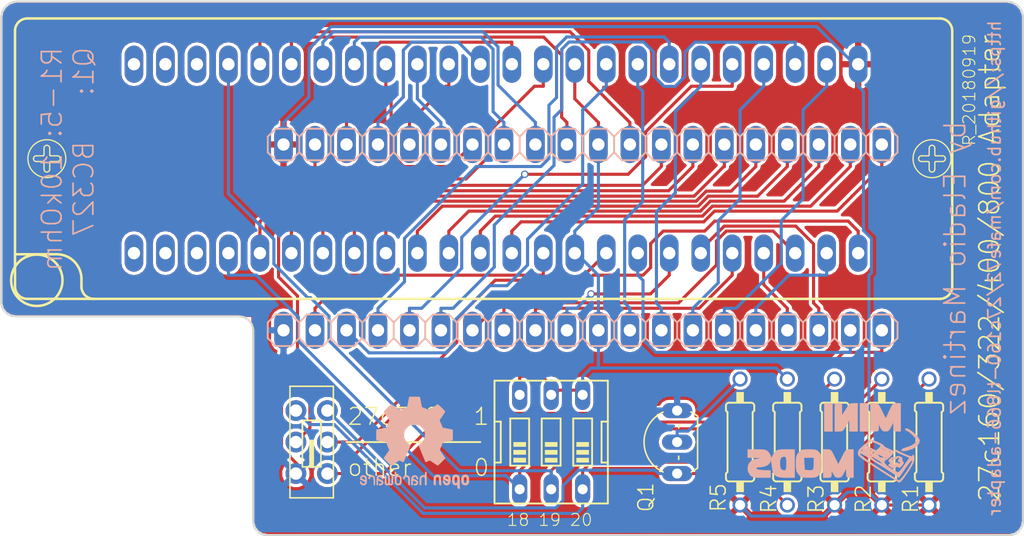
<source format=kicad_pcb>
(kicad_pcb (version 20171130) (host pcbnew "(5.0.0)")
  (title_block (date 2018-09-19) (comment 4 R_20180919))
  (layers (0 Top signal) (31 Bottom signal) (34 B.Paste user) (35 F.Paste user) (36 B.SilkS user) (37 F.SilkS user) (38 B.Mask user) (39 F.Mask user) (44 Edge.Cuts user))
  (net 0 "")
  (net 1 GND)
  (net 2 VCC)
  (net 3 /N$4)
  (net 4 /VPP)
  (net 5 /N$1)
  (net 6 /A20)
  (net 7 /A19)
  (net 8 /A18)
  (net 9 /N$2)
  (net 10 /N$6)
  (net 11 /N$5)
  (net 12 /E)
  (net 13 /D15)
  (net 14 /D14)
  (net 15 /D13)
  (net 16 /D12)
  (net 17 /D11)
  (net 18 /D10)
  (net 19 /D9)
  (net 20 /D8)
  (net 21 /D7)
  (net 22 /D6)
  (net 23 /D5)
  (net 24 /D4)
  (net 25 /D3)
  (net 26 /D2)
  (net 27 /D1)
  (net 28 /D0)
  (net 29 /A0)
  (net 30 /A1)
  (net 31 /A2)
  (net 32 /A3)
  (net 33 /A4)
  (net 34 /A5)
  (net 35 /A6)
  (net 36 /A7)
  (net 37 /A8)
  (net 38 /A9)
  (net 39 /A10)
  (net 40 /A11)
  (net 41 /A12)
  (net 42 /A13)
  (net 43 /A14)
  (net 44 /A15)
  (net 45 /A16)
  (net 46 /A17)
  (module 27C4002 (layer Top) (at 152.946 102.464)
    (fp_text reference U1 hide)
    (fp_text value 27C4002 hide)
    (pad 1 thru_hole oval (at -22.86 7.495 90) (size 3 1.5) (drill 1) (layers *.Cu *.Mask) (net 4 /VPP))
    (pad 2 thru_hole oval (at -20.32 7.495 90) (size 3 1.5) (drill 1) (layers *.Cu *.Mask) (net 12 /E))
    (pad 3 thru_hole oval (at -17.78 7.495 90) (size 3 1.5) (drill 1) (layers *.Cu *.Mask) (net 13 /D15))
    (pad 4 thru_hole oval (at -15.24 7.495 90) (size 3 1.5) (drill 1) (layers *.Cu *.Mask) (net 14 /D14))
    (pad 5 thru_hole oval (at -12.7 7.495 90) (size 3 1.5) (drill 1) (layers *.Cu *.Mask) (net 15 /D13))
    (pad 6 thru_hole oval (at -10.16 7.495 90) (size 3 1.5) (drill 1) (layers *.Cu *.Mask) (net 16 /D12))
    (pad 7 thru_hole oval (at -7.62 7.495 90) (size 3 1.5) (drill 1) (layers *.Cu *.Mask) (net 17 /D11))
    (pad 8 thru_hole oval (at -5.08 7.495 90) (size 3 1.5) (drill 1) (layers *.Cu *.Mask) (net 18 /D10))
    (pad 9 thru_hole oval (at -2.54 7.495 90) (size 3 1.5) (drill 1) (layers *.Cu *.Mask) (net 19 /D9))
    (pad 10 thru_hole oval (at 0 7.495 90) (size 3 1.5) (drill 1) (layers *.Cu *.Mask) (net 20 /D8))
    (pad 11 thru_hole oval (at 2.54 7.495 90) (size 3 1.5) (drill 1) (layers *.Cu *.Mask) (net 1 GND))
    (pad 12 thru_hole oval (at 5.08 7.495 90) (size 3 1.5) (drill 1) (layers *.Cu *.Mask) (net 21 /D7))
    (pad 13 thru_hole oval (at 7.62 7.495 90) (size 3 1.5) (drill 1) (layers *.Cu *.Mask) (net 22 /D6))
    (pad 14 thru_hole oval (at 10.16 7.495 90) (size 3 1.5) (drill 1) (layers *.Cu *.Mask) (net 23 /D5))
    (pad 15 thru_hole oval (at 12.7 7.495 90) (size 3 1.5) (drill 1) (layers *.Cu *.Mask) (net 24 /D4))
    (pad 16 thru_hole oval (at 15.24 7.495 90) (size 3 1.5) (drill 1) (layers *.Cu *.Mask) (net 25 /D3))
    (pad 17 thru_hole oval (at 17.78 7.495 90) (size 3 1.5) (drill 1) (layers *.Cu *.Mask) (net 26 /D2))
    (pad 18 thru_hole oval (at 20.32 7.495 90) (size 3 1.5) (drill 1) (layers *.Cu *.Mask) (net 27 /D1))
    (pad 19 thru_hole oval (at 22.86 7.495 90) (size 3 1.5) (drill 1) (layers *.Cu *.Mask) (net 28 /D0))
    (pad 20 thru_hole oval (at 25.4 7.495 90) (size 3 1.5) (drill 1) (layers *.Cu *.Mask) (net 11 /N$5))
    (pad 21 thru_hole oval (at 25.4 -7.495 90) (size 3 1.5) (drill 1) (layers *.Cu *.Mask) (net 29 /A0))
    (pad 22 thru_hole oval (at 22.86 -7.495 270) (size 3 1.5) (drill 1) (layers *.Cu *.Mask) (net 30 /A1))
    (pad 23 thru_hole oval (at 20.32 -7.495 270) (size 3 1.5) (drill 1) (layers *.Cu *.Mask) (net 31 /A2))
    (pad 24 thru_hole oval (at 17.78 -7.495 270) (size 3 1.5) (drill 1) (layers *.Cu *.Mask) (net 32 /A3))
    (pad 25 thru_hole oval (at 15.24 -7.495 270) (size 3 1.5) (drill 1) (layers *.Cu *.Mask) (net 33 /A4))
    (pad 26 thru_hole oval (at 12.7 -7.495 270) (size 3 1.5) (drill 1) (layers *.Cu *.Mask) (net 34 /A5))
    (pad 27 thru_hole oval (at 10.16 -7.495 270) (size 3 1.5) (drill 1) (layers *.Cu *.Mask) (net 35 /A6))
    (pad 28 thru_hole oval (at 7.62 -7.495 270) (size 3 1.5) (drill 1) (layers *.Cu *.Mask) (net 36 /A7))
    (pad 29 thru_hole oval (at 5.08 -7.495 270) (size 3 1.5) (drill 1) (layers *.Cu *.Mask) (net 37 /A8))
    (pad 30 thru_hole oval (at 2.54 -7.495 270) (size 3 1.5) (drill 1) (layers *.Cu *.Mask) (net 1 GND))
    (pad 31 thru_hole oval (at 0 -7.495 270) (size 3 1.5) (drill 1) (layers *.Cu *.Mask) (net 38 /A9))
    (pad 32 thru_hole oval (at -2.54 -7.495 270) (size 3 1.5) (drill 1) (layers *.Cu *.Mask) (net 39 /A10))
    (pad 33 thru_hole oval (at -5.08 -7.495 270) (size 3 1.5) (drill 1) (layers *.Cu *.Mask) (net 40 /A11))
    (pad 34 thru_hole oval (at -7.62 -7.495 270) (size 3 1.5) (drill 1) (layers *.Cu *.Mask) (net 41 /A12))
    (pad 35 thru_hole oval (at -10.16 -7.495 270) (size 3 1.5) (drill 1) (layers *.Cu *.Mask) (net 42 /A13))
    (pad 36 thru_hole oval (at -12.7 -7.495 90) (size 3 1.5) (drill 1) (layers *.Cu *.Mask) (net 43 /A14))
    (pad 37 thru_hole oval (at -15.24 -7.495 270) (size 3 1.5) (drill 1) (layers *.Cu *.Mask) (net 44 /A15))
    (pad 38 thru_hole oval (at -17.78 -7.495 270) (size 3 1.5) (drill 1) (layers *.Cu *.Mask) (net 45 /A16))
    (pad 39 thru_hole oval (at -20.32 -7.495 270) (size 3 1.5) (drill 1) (layers *.Cu *.Mask) (net 46 /A17))
    (pad 40 thru_hole oval (at -22.86 -7.495 270) (size 3 1.5) (drill 1) (layers *.Cu *.Mask) (net 2 VCC))
  )
  (module 0207%2f10 (layer Top) (at 182.156 118.974 270)
    (fp_text reference R1 (at 3.3274 2.1971 90) (layer F.SilkS) (effects (font (size 1.2065 1.2065) (thickness 0.12065)) (justify right top)))
    (fp_text value 10k hide)
    (pad 1 thru_hole circle (at -5.08 0 270) (size 1.2192 1.2192) (drill 0.8128) (layers *.Cu *.Mask) (net 6 /A20))
    (pad 2 thru_hole circle (at 5.08 0 270) (size 1.2192 1.2192) (drill 0.8128) (layers *.Cu *.Mask) (net 2 VCC))
  )
  (module 0207%2f10 (layer Top) (at 178.346 118.974 270)
    (fp_text reference R2 (at 3.3274 2.1971 90) (layer F.SilkS) (effects (font (size 1.2065 1.2065) (thickness 0.12065)) (justify right top)))
    (fp_text value 10k hide)
    (pad 1 thru_hole circle (at -5.08 0 270) (size 1.2192 1.2192) (drill 0.8128) (layers *.Cu *.Mask) (net 7 /A19))
    (pad 2 thru_hole circle (at 5.08 0 270) (size 1.2192 1.2192) (drill 0.8128) (layers *.Cu *.Mask) (net 2 VCC))
  )
  (module EDG-03 (layer Top) (at 151.676 118.974)
    (fp_text reference SW2 hide)
    (fp_text value DIP hide)
    (pad 1 thru_hole oval (at -2.54 3.81 90) (size 2.4384 1.2192) (drill 0.8128) (layers *.Cu *.Mask) (net 8 /A18))
    (pad 2 thru_hole oval (at 0 3.81 90) (size 2.4384 1.2192) (drill 0.8128) (layers *.Cu *.Mask) (net 7 /A19))
    (pad 3 thru_hole oval (at 2.54 3.81 90) (size 2.4384 1.2192) (drill 0.8128) (layers *.Cu *.Mask) (net 6 /A20))
    (pad 4 thru_hole oval (at 2.54 -3.81 90) (size 2.4384 1.2192) (drill 0.8128) (layers *.Cu *.Mask) (net 1 GND))
    (pad 6 thru_hole oval (at -2.54 -3.81 90) (size 2.4384 1.2192) (drill 0.8128) (layers *.Cu *.Mask) (net 1 GND))
    (pad 5 thru_hole oval (at 0 -3.81 90) (size 2.4384 1.2192) (drill 0.8128) (layers *.Cu *.Mask) (net 1 GND))
  )
  (module 0207%2f10 (layer Top) (at 174.536 118.974 270)
    (fp_text reference R3 (at 3.3274 2.1971 90) (layer F.SilkS) (effects (font (size 1.2065 1.2065) (thickness 0.12065)) (justify right top)))
    (fp_text value 10k hide)
    (pad 1 thru_hole circle (at -5.08 0 270) (size 1.2192 1.2192) (drill 0.8128) (layers *.Cu *.Mask) (net 8 /A18))
    (pad 2 thru_hole circle (at 5.08 0 270) (size 1.2192 1.2192) (drill 0.8128) (layers *.Cu *.Mask) (net 2 VCC))
  )
  (module MS22D16 (layer Top) (at 132.356 118.974 90)
    (fp_text reference SW1 hide)
    (fp_text value MS22D16 hide)
    (pad 2 thru_hole circle (at 0 -1.27 180) (size 1.6764 1.6764) (drill 1) (layers *.Cu *.Mask) (net 9 /N$2))
    (pad 5 thru_hole circle (at 0 1.27 180) (size 1.6764 1.6764) (drill 1) (layers *.Cu *.Mask) (net 10 /N$6))
    (pad 1 thru_hole circle (at -2.54 -1.27 180) (size 1.6764 1.6764) (drill 1) (layers *.Cu *.Mask) (net 4 /VPP))
    (pad 3 thru_hole circle (at 2.54 -1.27 180) (size 1.6764 1.6764) (drill 1) (layers *.Cu *.Mask) (net 6 /A20))
    (pad 4 thru_hole circle (at -2.54 1.27 180) (size 1.6764 1.6764) (drill 1) (layers *.Cu *.Mask) (net 11 /N$5))
    (pad 6 thru_hole circle (at 2.54 1.27 180) (size 1.6764 1.6764) (drill 1) (layers *.Cu *.Mask) (net 3 /N$4))
  )
  (module 0207%2f10 (layer Top) (at 170.726 118.974 270)
    (fp_text reference R4 (at 3.3274 2.1971 90) (layer F.SilkS) (effects (font (size 1.2065 1.2065) (thickness 0.12065)) (justify right top)))
    (fp_text value 10k hide)
    (pad 1 thru_hole circle (at -5.08 0 270) (size 1.2192 1.2192) (drill 0.8128) (layers *.Cu *.Mask) (net 1 GND))
    (pad 2 thru_hole circle (at 5.08 0 270) (size 1.2192 1.2192) (drill 0.8128) (layers *.Cu *.Mask) (net 3 /N$4))
  )
  (module 0207%2f10 (layer Top) (at 166.916 118.974 90)
    (fp_text reference R5 (at -5.7404 -1.0541 90) (layer F.SilkS) (effects (font (size 1.2065 1.2065) (thickness 0.12065)) (justify left bottom)))
    (fp_text value 10k hide)
    (pad 1 thru_hole circle (at -5.08 0 90) (size 1.2192 1.2192) (drill 0.8128) (layers *.Cu *.Mask) (net 2 VCC))
    (pad 2 thru_hole circle (at 5.08 0 90) (size 1.2192 1.2192) (drill 0.8128) (layers *.Cu *.Mask) (net 5 /N$1))
  )
  (module TO92-EBC (layer Top) (at 160.566 118.974 90)
    (fp_text reference Q1 (at -5.7404 -0.5461 90) (layer F.SilkS) (effects (font (size 1.2065 1.2065) (thickness 0.12065)) (justify left bottom)))
    (fp_text value BC327 hide)
    (pad C thru_hole oval (at -2.54 1.27 180) (size 2.4384 1.2192) (drill 0.8128) (layers *.Cu *.Mask) (net 3 /N$4))
    (pad E thru_hole oval (at 2.54 1.27 180) (size 2.4384 1.2192) (drill 0.8128) (layers *.Cu *.Mask) (net 4 /VPP))
    (pad B thru_hole oval (at 0 1.27 180) (size 2.4384 1.2192) (drill 0.8128) (layers *.Cu *.Mask) (net 5 /N$1))
  )
  (module 3M_248-3345 (layer Top) (at 150.406 96.1136)
    (fp_text reference ZX1 hide)
    (fp_text value 3M_248-3345 hide)
    (pad 1 thru_hole oval (at -32.385 7.62 90) (size 3 1.5) (drill 1) (layers *.Cu *.Mask))
    (pad 2 thru_hole oval (at -29.845 7.62 90) (size 3 1.5) (drill 1) (layers *.Cu *.Mask))
    (pad 3 thru_hole oval (at -27.305 7.62 90) (size 3 1.5) (drill 1) (layers *.Cu *.Mask))
    (pad 4 thru_hole oval (at -24.765 7.62 90) (size 3 1.5) (drill 1) (layers *.Cu *.Mask) (net 8 /A18))
    (pad 5 thru_hole oval (at -22.225 7.62 90) (size 3 1.5) (drill 1) (layers *.Cu *.Mask) (net 46 /A17))
    (pad 6 thru_hole oval (at -19.685 7.62 90) (size 3 1.5) (drill 1) (layers *.Cu *.Mask) (net 36 /A7))
    (pad 7 thru_hole oval (at -17.145 7.62 90) (size 3 1.5) (drill 1) (layers *.Cu *.Mask) (net 35 /A6))
    (pad 8 thru_hole oval (at -14.605 7.62 90) (size 3 1.5) (drill 1) (layers *.Cu *.Mask) (net 34 /A5))
    (pad 9 thru_hole oval (at -12.065 7.62 90) (size 3 1.5) (drill 1) (layers *.Cu *.Mask) (net 33 /A4))
    (pad 10 thru_hole oval (at -9.525 7.62 90) (size 3 1.5) (drill 1) (layers *.Cu *.Mask) (net 32 /A3))
    (pad 11 thru_hole oval (at -6.985 7.62 90) (size 3 1.5) (drill 1) (layers *.Cu *.Mask) (net 31 /A2))
    (pad 12 thru_hole oval (at -4.445 7.62 90) (size 3 1.5) (drill 1) (layers *.Cu *.Mask) (net 30 /A1))
    (pad 13 thru_hole oval (at -1.905 7.62 90) (size 3 1.5) (drill 1) (layers *.Cu *.Mask) (net 29 /A0))
    (pad 14 thru_hole oval (at 0.635 7.62 90) (size 3 1.5) (drill 1) (layers *.Cu *.Mask) (net 12 /E))
    (pad 15 thru_hole oval (at 3.175 7.62 90) (size 3 1.5) (drill 1) (layers *.Cu *.Mask) (net 1 GND))
    (pad 16 thru_hole oval (at 5.715 7.62 90) (size 3 1.5) (drill 1) (layers *.Cu *.Mask) (net 10 /N$6))
    (pad 17 thru_hole oval (at 8.255 7.62 90) (size 3 1.5) (drill 1) (layers *.Cu *.Mask) (net 28 /D0))
    (pad 18 thru_hole oval (at 10.795 7.62 90) (size 3 1.5) (drill 1) (layers *.Cu *.Mask) (net 20 /D8))
    (pad 19 thru_hole oval (at 13.335 7.62 90) (size 3 1.5) (drill 1) (layers *.Cu *.Mask) (net 27 /D1))
    (pad 20 thru_hole oval (at 15.875 7.62 90) (size 3 1.5) (drill 1) (layers *.Cu *.Mask) (net 19 /D9))
    (pad 21 thru_hole oval (at 18.415 7.62 90) (size 3 1.5) (drill 1) (layers *.Cu *.Mask) (net 26 /D2))
    (pad 22 thru_hole oval (at 20.955 7.62 90) (size 3 1.5) (drill 1) (layers *.Cu *.Mask) (net 18 /D10))
    (pad 23 thru_hole oval (at 23.495 7.62 90) (size 3 1.5) (drill 1) (layers *.Cu *.Mask) (net 25 /D3))
    (pad 24 thru_hole oval (at 26.035 7.62 90) (size 3 1.5) (drill 1) (layers *.Cu *.Mask) (net 17 /D11))
    (pad 25 thru_hole oval (at 26.035 -7.62 90) (size 3 1.5) (drill 1) (layers *.Cu *.Mask) (net 2 VCC))
    (pad 26 thru_hole oval (at 23.495 -7.62 90) (size 3 1.5) (drill 1) (layers *.Cu *.Mask) (net 24 /D4))
    (pad 27 thru_hole oval (at 20.955 -7.62 90) (size 3 1.5) (drill 1) (layers *.Cu *.Mask) (net 16 /D12))
    (pad 28 thru_hole oval (at 18.415 -7.62 90) (size 3 1.5) (drill 1) (layers *.Cu *.Mask) (net 23 /D5))
    (pad 29 thru_hole oval (at 15.875 -7.62 90) (size 3 1.5) (drill 1) (layers *.Cu *.Mask) (net 15 /D13))
    (pad 30 thru_hole oval (at 13.335 -7.62 90) (size 3 1.5) (drill 1) (layers *.Cu *.Mask) (net 22 /D6))
    (pad 31 thru_hole oval (at 10.795 -7.62 90) (size 3 1.5) (drill 1) (layers *.Cu *.Mask) (net 14 /D14))
    (pad 32 thru_hole oval (at 8.255 -7.62 90) (size 3 1.5) (drill 1) (layers *.Cu *.Mask) (net 21 /D7))
    (pad 33 thru_hole oval (at 5.715 -7.62 90) (size 3 1.5) (drill 1) (layers *.Cu *.Mask) (net 13 /D15))
    (pad 34 thru_hole oval (at 3.175 -7.62 90) (size 3 1.5) (drill 1) (layers *.Cu *.Mask) (net 1 GND))
    (pad 35 thru_hole oval (at 0.635 -7.62 90) (size 3 1.5) (drill 1) (layers *.Cu *.Mask) (net 9 /N$2))
    (pad 36 thru_hole oval (at -1.905 -7.62 90) (size 3 1.5) (drill 1) (layers *.Cu *.Mask) (net 45 /A16))
    (pad 37 thru_hole oval (at -4.445 -7.62 90) (size 3 1.5) (drill 1) (layers *.Cu *.Mask) (net 44 /A15))
    (pad 38 thru_hole oval (at -6.985 -7.62 90) (size 3 1.5) (drill 1) (layers *.Cu *.Mask) (net 43 /A14))
    (pad 39 thru_hole oval (at -9.525 -7.62 90) (size 3 1.5) (drill 1) (layers *.Cu *.Mask) (net 42 /A13))
    (pad 40 thru_hole oval (at -12.065 -7.62 90) (size 3 1.5) (drill 1) (layers *.Cu *.Mask) (net 41 /A12))
    (pad 41 thru_hole oval (at -14.605 -7.62 90) (size 3 1.5) (drill 1) (layers *.Cu *.Mask) (net 40 /A11))
    (pad 42 thru_hole oval (at -17.145 -7.62 90) (size 3 1.5) (drill 1) (layers *.Cu *.Mask) (net 39 /A10))
    (pad 43 thru_hole oval (at -19.685 -7.62 90) (size 3 1.5) (drill 1) (layers *.Cu *.Mask) (net 38 /A9))
    (pad 44 thru_hole oval (at -22.225 -7.62 90) (size 3 1.5) (drill 1) (layers *.Cu *.Mask) (net 37 /A8))
    (pad 45 thru_hole oval (at -24.765 -7.62 90) (size 3 1.5) (drill 1) (layers *.Cu *.Mask) (net 7 /A19))
    (pad 46 thru_hole oval (at -27.305 -7.62 90) (size 3 1.5) (drill 1) (layers *.Cu *.Mask))
    (pad 47 thru_hole oval (at -29.845 -7.62 90) (size 3 1.5) (drill 1) (layers *.Cu *.Mask))
    (pad 48 thru_hole oval (at -32.385 -7.62 90) (size 3 1.5) (drill 1) (layers *.Cu *.Mask))
  )
  (module Symbol:OSHW-Logo2_9.8x8mm_SilkScreen (layer Bottom) (at 140.65504 119.02948 180)
    (fp_text reference REF01 hide)
    (fp_text value OSHW-Logo2_9.8x8mm_SilkScreen hide)
  )
  (module Company_Logos:mini-mods (layer Bottom) (at 174.4599 119.05384 180)
    (fp_text reference G001 hide)
    (fp_text value LOGO hide)
  )
  (gr_text R_20180919 (at 185.96356 95.15077 90) (layer F.SilkS) (effects (font (size 0.9652 0.9652) (thickness 0.08128)) (justify left bottom)))
  (gr_arc (start 108.585 84.709) (end 107.315 84.709) (angle 90) (layer Edge.Cuts) (width 0.15))
  (gr_line (start 107.315 107.696) (end 107.315 84.709) (layer Edge.Cuts) (width 0.15))
  (gr_arc (start 188.595 125.349) (end 189.738 125.349) (angle 90) (layer Edge.Cuts) (width 0.15))
  (gr_arc (start 108.458 107.696) (end 108.458 108.839) (angle 90) (layer Edge.Cuts) (width 0.15))
  (gr_line (start 126.492 108.839) (end 108.458 108.839) (layer Edge.Cuts) (width 0.15))
  (gr_arc (start 126.492 109.982) (end 126.492 108.839) (angle 90) (layer Edge.Cuts) (width 0.15))
  (gr_line (start 127.635 125.349) (end 127.635 109.982) (layer Edge.Cuts) (width 0.15))
  (gr_arc (start 128.778 125.349) (end 128.778 126.492) (angle 90) (layer Edge.Cuts) (width 0.15))
  (gr_line (start 188.595 126.492) (end 128.778 126.492) (layer Edge.Cuts) (width 0.15))
  (gr_line (start 189.738 84.709) (end 189.738 125.349) (layer Edge.Cuts) (width 0.15))
  (gr_arc (start 188.468 84.709) (end 188.468 83.439) (angle 90) (layer Edge.Cuts) (width 0.15))
  (gr_line (start 108.585 83.439) (end 188.468 83.439) (layer Edge.Cuts) (width 0.15))
  (gr_text "27c160/322/400/800 Adapter" (at 187.96 123.916004 90) (layer F.SilkS) (effects (font (size 1.59258 1.59258) (thickness 0.134112)) (justify left bottom)))
  (gr_text 18 (at 149.987 124.6886) (layer F.SilkS) (effects (font (size 0.9652 0.9652) (thickness 0.08128)) (justify right top)))
  (gr_text 19 (at 152.527 124.6886) (layer F.SilkS) (effects (font (size 0.9652 0.9652) (thickness 0.08128)) (justify right top)))
  (gr_text 20 (at 155.067 124.6886) (layer F.SilkS) (effects (font (size 0.9652 0.9652) (thickness 0.08128)) (justify right top)))
  (gr_line (start 135.1661 118.9736) (end 145.9611 118.9736) (layer F.SilkS) (width 0.15))
  (gr_text 27c322 (at 135.1661 117.7036) (layer F.SilkS) (effects (font (size 1.35128 1.35128) (thickness 0.113792)) (justify left bottom)))
  (gr_text other (at 135.1661 120.2436) (layer F.SilkS) (effects (font (size 1.35128 1.35128) (thickness 0.113792)) (justify left top)))
  (gr_text 1 (at 145.3261 117.7036) (layer F.SilkS) (effects (font (size 1.35128 1.35128) (thickness 0.113792)) (justify left bottom)))
  (gr_text 0 (at 145.3261 120.2436) (layer F.SilkS) (effects (font (size 1.35128 1.35128) (thickness 0.113792)) (justify left top)))
  (gr_text "R1-5: 10kOhm\nQ1:   BC327" (at 114.90452 87.009405 90) (layer B.SilkS) (effects (font (size 1.59258 1.59258) (thickness 0.134112)) (justify left bottom mirror)))
  (gr_text https://github.com/mafe72/27c160-tl866-adapter (at 186.8551 125.01281 90) (layer B.SilkS) (effects (font (size 1 1) (thickness 0.14224)) (justify right top mirror)))
  (gr_text "by Eladio Martinez" (at 183.27116 116.940753 90) (layer B.SilkS) (effects (font (size 1.6891 1.6891) (thickness 0.14224)) (justify right top mirror)))
  (segment (start 155.486 94.969) (end 155.486 93.1913) (width 0.25) (layer Top) (net 1))
  (segment (start 153.581 88.4936) (end 153.581 91.2863) (width 0.25) (layer Top) (net 1))
  (segment (start 153.581 91.2863) (end 155.486 93.1913) (width 0.25) (layer Top) (net 1))
  (segment (start 155.486 109.959) (end 155.486 108.1813) (width 0.25) (layer Bottom) (net 1))
  (segment (start 155.486 108.1813) (end 155.486 105.5244) (width 0.25) (layer Bottom) (net 1))
  (segment (start 155.486 105.5244) (end 153.581 103.6194) (width 0.25) (layer Bottom) (net 1))
  (segment (start 153.581 103.4229) (end 153.581 101.9559) (width 0.25) (layer Bottom) (net 1))
  (segment (start 153.581 103.7336) (end 153.581 103.6194) (width 0.25) (layer Bottom) (net 1))
  (segment (start 153.581 103.4229) (end 153.581 103.6194) (width 0.25) (layer Bottom) (net 1))
  (segment (start 155.486 94.969) (end 155.486 100.0509) (width 0.25) (layer Bottom) (net 1))
  (segment (start 155.486 100.0509) (end 153.581 101.9559) (width 0.25) (layer Bottom) (net 1))
  (segment (start 155.486 113.0021) (end 169.8341 113.0021) (width 0.25) (layer Bottom) (net 1))
  (segment (start 169.8341 113.0021) (end 170.726 113.894) (width 0.25) (layer Bottom) (net 1))
  (segment (start 154.216 113.6671) (end 154.881 113.0021) (width 0.25) (layer Bottom) (net 1))
  (segment (start 154.881 113.0021) (end 155.486 113.0021) (width 0.25) (layer Bottom) (net 1))
  (segment (start 155.486 113.0021) (end 155.486 109.959) (width 0.25) (layer Bottom) (net 1))
  (segment (start 151.676 114.7897) (end 151.676 114.4155) (width 0.25) (layer Top) (net 1))
  (segment (start 151.676 115.164) (end 151.676 114.7897) (width 0.25) (layer Top) (net 1))
  (segment (start 154.216 115.164) (end 154.216 114.7897) (width 0.25) (layer Top) (net 1))
  (segment (start 154.216 114.7897) (end 151.676 114.7897) (width 0.25) (layer Top) (net 1))
  (segment (start 149.136 115.164) (end 149.136 113.6671) (width 0.25) (layer Top) (net 1))
  (segment (start 151.676 114.4155) (end 150.9276 113.6671) (width 0.25) (layer Top) (net 1))
  (segment (start 150.9276 113.6671) (end 149.136 113.6671) (width 0.25) (layer Top) (net 1))
  (segment (start 154.216 115.164) (end 154.216 113.6671) (width 0.25) (layer Bottom) (net 1))
  (segment (start 130.086 94.969) (end 130.086 93.1913) (width 0.25) (layer Bottom) (net 2))
  (segment (start 176.441 88.8043) (end 173.1 85.4633) (width 0.25) (layer Bottom) (net 2))
  (segment (start 173.1 85.4633) (end 133.9243 85.4633) (width 0.25) (layer Bottom) (net 2))
  (segment (start 133.9243 85.4633) (end 132.1335 87.2541) (width 0.25) (layer Bottom) (net 2))
  (segment (start 132.1335 87.2541) (end 132.1335 91.1438) (width 0.25) (layer Bottom) (net 2))
  (segment (start 132.1335 91.1438) (end 130.086 93.1913) (width 0.25) (layer Bottom) (net 2))
  (segment (start 176.441 88.8043) (end 176.441 90.2713) (width 0.25) (layer Bottom) (net 2))
  (segment (start 176.441 88.4936) (end 176.441 88.8043) (width 0.25) (layer Bottom) (net 2))
  (segment (start 174.536 124.054) (end 173.6446 124.9454) (width 0.25) (layer Bottom) (net 2))
  (segment (start 173.6446 124.9454) (end 167.8074 124.9454) (width 0.25) (layer Bottom) (net 2))
  (segment (start 167.8074 124.9454) (end 166.916 124.054) (width 0.25) (layer Bottom) (net 2))
  (segment (start 177.3087 123.0167) (end 178.346 124.054) (width 0.25) (layer Bottom) (net 2))
  (segment (start 174.536 124.054) (end 175.5733 123.0167) (width 0.25) (layer Bottom) (net 2))
  (segment (start 175.5733 123.0167) (end 177.3087 123.0167) (width 0.25) (layer Bottom) (net 2))
  (segment (start 176.441 90.2713) (end 176.867 90.6973) (width 0.25) (layer Bottom) (net 2))
  (segment (start 176.867 90.6973) (end 176.867 101.9032) (width 0.25) (layer Bottom) (net 2))
  (segment (start 176.867 101.9032) (end 177.5156 102.5518) (width 0.25) (layer Bottom) (net 2))
  (segment (start 177.5156 102.5518) (end 177.5156 105.314) (width 0.25) (layer Bottom) (net 2))
  (segment (start 177.5156 105.314) (end 177.3087 105.5209) (width 0.25) (layer Bottom) (net 2))
  (segment (start 177.3087 105.5209) (end 177.3087 123.0167) (width 0.25) (layer Bottom) (net 2))
  (segment (start 178.346 124.054) (end 182.156 124.054) (width 0.25) (layer Top) (net 2))
  (segment (start 161.836 121.514) (end 168.186 121.514) (width 0.25) (layer Top) (net 3))
  (segment (start 168.186 121.514) (end 170.726 124.054) (width 0.25) (layer Top) (net 3))
  (segment (start 160.3391 121.514) (end 160.0629 121.2378) (width 0.25) (layer Bottom) (net 3))
  (segment (start 160.0629 121.2378) (end 153.8834 121.2378) (width 0.25) (layer Bottom) (net 3))
  (segment (start 153.8834 121.2378) (end 152.6297 122.4915) (width 0.25) (layer Bottom) (net 3))
  (segment (start 152.6297 122.4915) (end 152.6297 123.698) (width 0.25) (layer Bottom) (net 3))
  (segment (start 152.6297 123.698) (end 152.0451 124.2826) (width 0.25) (layer Bottom) (net 3))
  (segment (start 152.0451 124.2826) (end 141.4746 124.2826) (width 0.25) (layer Bottom) (net 3))
  (segment (start 141.4746 124.2826) (end 133.626 116.434) (width 0.25) (layer Bottom) (net 3))
  (segment (start 161.836 121.514) (end 160.3391 121.514) (width 0.25) (layer Bottom) (net 3))
  (segment (start 131.5175 121.0825) (end 131.086 121.514) (width 0.25) (layer Top) (net 4))
  (segment (start 160.3391 116.434) (end 160.1121 116.661) (width 0.25) (layer Top) (net 4))
  (segment (start 160.1121 116.661) (end 139.1483 116.661) (width 0.25) (layer Top) (net 4))
  (segment (start 139.1483 116.661) (end 135.5653 120.244) (width 0.25) (layer Top) (net 4))
  (segment (start 135.5653 120.244) (end 132.356 120.244) (width 0.25) (layer Top) (net 4))
  (segment (start 132.356 120.244) (end 131.5175 121.0825) (width 0.25) (layer Top) (net 4))
  (segment (start 131.5175 121.0825) (end 129.9226 119.4876) (width 0.25) (layer Top) (net 4))
  (segment (start 129.9226 119.4876) (end 129.9226 111.9001) (width 0.25) (layer Top) (net 4))
  (segment (start 129.9226 111.9001) (end 130.086 111.7367) (width 0.25) (layer Top) (net 4))
  (segment (start 130.086 109.959) (end 130.086 111.7367) (width 0.25) (layer Top) (net 4))
  (segment (start 161.836 116.434) (end 160.3391 116.434) (width 0.25) (layer Top) (net 4))
  (segment (start 161.836 118.974) (end 161.836 118.0867) (width 0.25) (layer Bottom) (net 5))
  (segment (start 161.836 118.0867) (end 162.7233 118.0867) (width 0.25) (layer Bottom) (net 5))
  (segment (start 162.7233 118.0867) (end 166.916 113.894) (width 0.25) (layer Bottom) (net 5))
  (segment (start 154.216 122.784) (end 154.216 124.2809) (width 0.25) (layer Bottom) (net 6))
  (segment (start 131.086 116.434) (end 132.2135 117.5615) (width 0.25) (layer Bottom) (net 6))
  (segment (start 132.2135 117.5615) (end 134.1838 117.5615) (width 0.25) (layer Bottom) (net 6))
  (segment (start 134.1838 117.5615) (end 141.346 124.7237) (width 0.25) (layer Bottom) (net 6))
  (segment (start 141.346 124.7237) (end 153.7732 124.7237) (width 0.25) (layer Bottom) (net 6))
  (segment (start 153.7732 124.7237) (end 154.216 124.2809) (width 0.25) (layer Bottom) (net 6))
  (segment (start 154.216 121.2871) (end 154.9079 120.5952) (width 0.25) (layer Top) (net 6))
  (segment (start 154.9079 120.5952) (end 175.4548 120.5952) (width 0.25) (layer Top) (net 6))
  (segment (start 175.4548 120.5952) (end 182.156 113.894) (width 0.25) (layer Top) (net 6))
  (segment (start 154.216 122.784) (end 154.216 121.2871) (width 0.25) (layer Top) (net 6))
  (segment (start 151.676 122.784) (end 151.676 121.2871) (width 0.25) (layer Top) (net 7))
  (segment (start 178.346 113.894) (end 172.2415 119.9985) (width 0.25) (layer Top) (net 7))
  (segment (start 172.2415 119.9985) (end 152.9646 119.9985) (width 0.25) (layer Top) (net 7))
  (segment (start 152.9646 119.9985) (end 151.676 121.2871) (width 0.25) (layer Top) (net 7))
  (segment (start 151.676 122.784) (end 151.676 121.2871) (width 0.25) (layer Bottom) (net 7))
  (segment (start 125.641 88.4936) (end 125.641 98.9422) (width 0.25) (layer Bottom) (net 7))
  (segment (start 125.641 98.9422) (end 129.3085 102.6097) (width 0.25) (layer Bottom) (net 7))
  (segment (start 129.3085 102.6097) (end 129.3085 104.6021) (width 0.25) (layer Bottom) (net 7))
  (segment (start 129.3085 104.6021) (end 132.0369 107.3305) (width 0.25) (layer Bottom) (net 7))
  (segment (start 132.0369 107.3305) (end 132.2694 107.3305) (width 0.25) (layer Bottom) (net 7))
  (segment (start 132.2694 107.3305) (end 133.7535 108.8146) (width 0.25) (layer Bottom) (net 7))
  (segment (start 133.7535 108.8146) (end 133.7535 110.7869) (width 0.25) (layer Bottom) (net 7))
  (segment (start 133.7535 110.7869) (end 144.2537 121.2871) (width 0.25) (layer Bottom) (net 7))
  (segment (start 144.2537 121.2871) (end 151.676 121.2871) (width 0.25) (layer Bottom) (net 7))
  (segment (start 125.641 103.7336) (end 125.641 105.5113) (width 0.25) (layer Bottom) (net 8))
  (segment (start 125.641 105.5113) (end 127.8962 105.5113) (width 0.25) (layer Bottom) (net 8))
  (segment (start 127.8962 105.5113) (end 131.2855 108.9006) (width 0.25) (layer Bottom) (net 8))
  (segment (start 131.2855 108.9006) (end 131.2855 110.8278) (width 0.25) (layer Bottom) (net 8))
  (segment (start 131.2855 110.8278) (end 142.1475 121.6898) (width 0.25) (layer Bottom) (net 8))
  (segment (start 142.1475 121.6898) (end 148.0419 121.6898) (width 0.25) (layer Bottom) (net 8))
  (segment (start 148.0419 121.6898) (end 148.0419 121.6899) (width 0.25) (layer Bottom) (net 8))
  (segment (start 148.0419 121.6899) (end 149.136 122.784) (width 0.25) (layer Bottom) (net 8))
  (segment (start 149.136 121.2871) (end 152.5177 117.9054) (width 0.25) (layer Top) (net 8))
  (segment (start 152.5177 117.9054) (end 170.5246 117.9054) (width 0.25) (layer Top) (net 8))
  (segment (start 170.5246 117.9054) (end 174.536 113.894) (width 0.25) (layer Top) (net 8))
  (segment (start 149.136 122.784) (end 149.136 121.2871) (width 0.25) (layer Top) (net 8))
  (segment (start 151.041 88.4936) (end 151.041 90.2713) (width 0.25) (layer Top) (net 9))
  (segment (start 151.041 90.2713) (end 150.328 90.2713) (width 0.25) (layer Top) (net 9))
  (segment (start 150.328 90.2713) (end 146.596 94.0033) (width 0.25) (layer Top) (net 9))
  (segment (start 146.596 94.0033) (end 146.596 95.9652) (width 0.25) (layer Top) (net 9))
  (segment (start 146.596 95.9652) (end 144.8127 97.7485) (width 0.25) (layer Top) (net 9))
  (segment (start 144.8127 97.7485) (end 134.3522 97.7485) (width 0.25) (layer Top) (net 9))
  (segment (start 134.3522 97.7485) (end 129.6875 102.4132) (width 0.25) (layer Top) (net 9))
  (segment (start 129.6875 102.4132) (end 129.6875 105.662) (width 0.25) (layer Top) (net 9))
  (segment (start 129.6875 105.662) (end 131.2135 107.188) (width 0.25) (layer Top) (net 9))
  (segment (start 131.2135 107.188) (end 131.2135 112.7713) (width 0.25) (layer Top) (net 9))
  (segment (start 131.2135 112.7713) (end 132.2132 113.771) (width 0.25) (layer Top) (net 9))
  (segment (start 132.2132 113.771) (end 132.2132 117.8468) (width 0.25) (layer Top) (net 9))
  (segment (start 132.2132 117.8468) (end 131.086 118.974) (width 0.25) (layer Top) (net 9))
  (segment (start 156.121 103.7336) (end 153.9373 105.9173) (width 0.25) (layer Top) (net 10))
  (segment (start 153.9373 105.9173) (end 147.1611 105.9173) (width 0.25) (layer Top) (net 10))
  (segment (start 147.1611 105.9173) (end 144.056 109.0224) (width 0.25) (layer Top) (net 10))
  (segment (start 144.056 109.0224) (end 144.056 110.936) (width 0.25) (layer Top) (net 10))
  (segment (start 144.056 110.936) (end 136.018 118.974) (width 0.25) (layer Top) (net 10))
  (segment (start 136.018 118.974) (end 133.626 118.974) (width 0.25) (layer Top) (net 10))
  (segment (start 133.626 121.514) (end 138.1756 121.514) (width 0.25) (layer Top) (net 11))
  (segment (start 138.1756 121.514) (end 142.3292 117.3604) (width 0.25) (layer Top) (net 11))
  (segment (start 142.3292 117.3604) (end 169.6271 117.3604) (width 0.25) (layer Top) (net 11))
  (segment (start 169.6271 117.3604) (end 175.2508 111.7367) (width 0.25) (layer Top) (net 11))
  (segment (start 175.2508 111.7367) (end 178.346 111.7367) (width 0.25) (layer Top) (net 11))
  (segment (start 178.346 109.959) (end 178.346 111.7367) (width 0.25) (layer Top) (net 11))
  (segment (start 132.626 109.959) (end 132.626 108.1813) (width 0.25) (layer Top) (net 12))
  (segment (start 151.041 103.7336) (end 151.041 105.5113) (width 0.25) (layer Top) (net 12))
  (segment (start 151.041 105.5113) (end 135.296 105.5113) (width 0.25) (layer Top) (net 12))
  (segment (start 135.296 105.5113) (end 132.626 108.1813) (width 0.25) (layer Top) (net 12))
  (segment (start 156.121 88.4936) (end 156.121 90.2713) (width 0.25) (layer Bottom) (net 13))
  (segment (start 156.121 90.2713) (end 154.216 92.1763) (width 0.25) (layer Bottom) (net 13))
  (segment (start 154.216 92.1763) (end 154.216 98.156) (width 0.25) (layer Bottom) (net 13))
  (segment (start 154.216 98.156) (end 149.771 102.601) (width 0.25) (layer Bottom) (net 13))
  (segment (start 149.771 102.601) (end 149.771 104.6958) (width 0.25) (layer Bottom) (net 13))
  (segment (start 149.771 104.6958) (end 148.1075 106.3593) (width 0.25) (layer Bottom) (net 13))
  (segment (start 148.1075 106.3593) (end 146.6991 106.3593) (width 0.25) (layer Bottom) (net 13))
  (segment (start 146.6991 106.3593) (end 143.8442 109.2142) (width 0.25) (layer Bottom) (net 13))
  (segment (start 143.8442 109.2142) (end 143.8442 111.1062) (width 0.25) (layer Bottom) (net 13))
  (segment (start 143.8442 111.1062) (end 143.1746 111.7758) (width 0.25) (layer Bottom) (net 13))
  (segment (start 143.1746 111.7758) (end 136.9828 111.7758) (width 0.25) (layer Bottom) (net 13))
  (segment (start 136.9828 111.7758) (end 135.166 109.959) (width 0.25) (layer Bottom) (net 13))
  (segment (start 161.201 86.7159) (end 160.7794 86.2943) (width 0.25) (layer Bottom) (net 14))
  (segment (start 160.7794 86.2943) (end 152.9278 86.2943) (width 0.25) (layer Bottom) (net 14))
  (segment (start 152.9278 86.2943) (end 152.1097 87.1124) (width 0.25) (layer Bottom) (net 14))
  (segment (start 152.1097 87.1124) (end 152.1097 91.1855) (width 0.25) (layer Bottom) (net 14))
  (segment (start 152.1097 91.1855) (end 151.4943 91.8009) (width 0.25) (layer Bottom) (net 14))
  (segment (start 151.4943 91.8009) (end 151.4943 96.0996) (width 0.25) (layer Bottom) (net 14))
  (segment (start 151.4943 96.0996) (end 150.8471 96.7468) (width 0.25) (layer Bottom) (net 14))
  (segment (start 150.8471 96.7468) (end 145.6279 96.7468) (width 0.25) (layer Bottom) (net 14))
  (segment (start 145.6279 96.7468) (end 139.8432 102.5315) (width 0.25) (layer Bottom) (net 14))
  (segment (start 139.8432 102.5315) (end 139.8432 106.0441) (width 0.25) (layer Bottom) (net 14))
  (segment (start 139.8432 106.0441) (end 137.706 108.1813) (width 0.25) (layer Bottom) (net 14))
  (segment (start 137.706 109.959) (end 137.706 108.1813) (width 0.25) (layer Bottom) (net 14))
  (segment (start 161.201 88.4936) (end 161.201 86.7159) (width 0.25) (layer Bottom) (net 14))
  (segment (start 166.281 90.2713) (end 162.981 90.2713) (width 0.25) (layer Top) (net 15))
  (segment (start 162.981 90.2713) (end 159.296 93.9563) (width 0.25) (layer Top) (net 15))
  (segment (start 159.296 93.9563) (end 159.296 95.9619) (width 0.25) (layer Top) (net 15))
  (segment (start 159.296 95.9619) (end 157.8857 97.3722) (width 0.25) (layer Top) (net 15))
  (segment (start 157.8857 97.3722) (end 149.5449 97.3722) (width 0.25) (layer Top) (net 15))
  (segment (start 140.246 108.1813) (end 141.2321 108.1813) (width 0.25) (layer Bottom) (net 15))
  (segment (start 141.2321 108.1813) (end 144.4582 104.9552) (width 0.25) (layer Bottom) (net 15))
  (segment (start 144.4582 104.9552) (end 144.4582 102.4589) (width 0.25) (layer Bottom) (net 15))
  (segment (start 144.4582 102.4589) (end 149.5449 97.3722) (width 0.25) (layer Bottom) (net 15))
  (segment (start 140.246 109.959) (end 140.246 108.1813) (width 0.25) (layer Bottom) (net 15))
  (segment (start 166.281 88.4936) (end 166.281 90.2713) (width 0.25) (layer Top) (net 15))
  (via (at 149.5449 97.3722) (size 0.6) (drill 0.4) (layers Top Bottom) (net 15))
  (segment (start 142.786 109.959) (end 142.786 108.1813) (width 0.25) (layer Bottom) (net 16))
  (segment (start 171.361 88.4936) (end 171.361 86.7159) (width 0.25) (layer Bottom) (net 16))
  (segment (start 171.361 86.7159) (end 163.2631 86.7159) (width 0.25) (layer Bottom) (net 16))
  (segment (start 163.2631 86.7159) (end 162.471 87.508) (width 0.25) (layer Bottom) (net 16))
  (segment (start 162.471 87.508) (end 162.471 89.4921) (width 0.25) (layer Bottom) (net 16))
  (segment (start 162.471 89.4921) (end 161.6816 90.2815) (width 0.25) (layer Bottom) (net 16))
  (segment (start 161.6816 90.2815) (end 160.7832 90.2815) (width 0.25) (layer Bottom) (net 16))
  (segment (start 160.7832 90.2815) (end 159.931 89.4293) (width 0.25) (layer Bottom) (net 16))
  (segment (start 159.931 89.4293) (end 159.931 87.5019) (width 0.25) (layer Bottom) (net 16))
  (segment (start 159.931 87.5019) (end 159.1305 86.7014) (width 0.25) (layer Bottom) (net 16))
  (segment (start 159.1305 86.7014) (end 153.1157 86.7014) (width 0.25) (layer Bottom) (net 16))
  (segment (start 153.1157 86.7014) (end 152.5329 87.2842) (width 0.25) (layer Bottom) (net 16))
  (segment (start 152.5329 87.2842) (end 152.5329 92.1463) (width 0.25) (layer Bottom) (net 16))
  (segment (start 152.5329 92.1463) (end 151.9078 92.7714) (width 0.25) (layer Bottom) (net 16))
  (segment (start 151.9078 92.7714) (end 151.9078 96.6496) (width 0.25) (layer Bottom) (net 16))
  (segment (start 151.9078 96.6496) (end 147.0885 101.4689) (width 0.25) (layer Bottom) (net 16))
  (segment (start 147.0885 101.4689) (end 147.0885 104.858) (width 0.25) (layer Bottom) (net 16))
  (segment (start 147.0885 104.858) (end 143.7652 108.1813) (width 0.25) (layer Bottom) (net 16))
  (segment (start 143.7652 108.1813) (end 142.786 108.1813) (width 0.25) (layer Bottom) (net 16))
  (segment (start 176.441 101.9559) (end 175.6356 101.1505) (width 0.25) (layer Top) (net 17))
  (segment (start 175.6356 101.1505) (end 164.8653 101.1505) (width 0.25) (layer Top) (net 17))
  (segment (start 164.8653 101.1505) (end 164.0599 101.9559) (width 0.25) (layer Top) (net 17))
  (segment (start 164.0599 101.9559) (end 160.7111 101.9559) (width 0.25) (layer Top) (net 17))
  (segment (start 160.7111 101.9559) (end 159.6997 102.9673) (width 0.25) (layer Top) (net 17))
  (segment (start 159.6997 102.9673) (end 159.6997 104.8983) (width 0.25) (layer Top) (net 17))
  (segment (start 159.6997 104.8983) (end 159.0867 105.5113) (width 0.25) (layer Top) (net 17))
  (segment (start 159.0867 105.5113) (end 155.0519 105.5113) (width 0.25) (layer Top) (net 17))
  (segment (start 155.0519 105.5113) (end 153.2598 107.3034) (width 0.25) (layer Top) (net 17))
  (segment (start 153.2598 107.3034) (end 147.9816 107.3034) (width 0.25) (layer Top) (net 17))
  (segment (start 147.9816 107.3034) (end 145.326 109.959) (width 0.25) (layer Top) (net 17))
  (segment (start 176.441 103.7336) (end 176.441 101.9559) (width 0.25) (layer Top) (net 17))
  (segment (start 147.866 109.959) (end 147.866 108.1813) (width 0.25) (layer Top) (net 18))
  (segment (start 171.361 103.7336) (end 169.5833 101.9559) (width 0.25) (layer Top) (net 18))
  (segment (start 169.5833 101.9559) (end 165.8036 101.9559) (width 0.25) (layer Top) (net 18))
  (segment (start 165.8036 101.9559) (end 165.011 102.7485) (width 0.25) (layer Top) (net 18))
  (segment (start 165.011 102.7485) (end 165.011 104.6867) (width 0.25) (layer Top) (net 18))
  (segment (start 165.011 104.6867) (end 161.9554 107.7423) (width 0.25) (layer Top) (net 18))
  (segment (start 161.9554 107.7423) (end 148.305 107.7423) (width 0.25) (layer Top) (net 18))
  (segment (start 148.305 107.7423) (end 147.866 108.1813) (width 0.25) (layer Top) (net 18))
  (segment (start 150.406 109.959) (end 150.406 108.1813) (width 0.25) (layer Top) (net 19))
  (segment (start 166.281 103.7336) (end 166.281 105.5113) (width 0.25) (layer Top) (net 19))
  (segment (start 166.281 105.5113) (end 163.611 108.1813) (width 0.25) (layer Top) (net 19))
  (segment (start 163.611 108.1813) (end 150.406 108.1813) (width 0.25) (layer Top) (net 19))
  (segment (start 161.201 105.5113) (end 159.687 107.0253) (width 0.25) (layer Top) (net 20))
  (segment (start 159.687 107.0253) (end 154.8969 107.0253) (width 0.25) (layer Top) (net 20))
  (segment (start 152.946 109.959) (end 152.946 108.1813) (width 0.25) (layer Bottom) (net 20))
  (segment (start 161.201 103.7336) (end 161.201 105.5113) (width 0.25) (layer Top) (net 20))
  (segment (start 154.8969 107.0253) (end 153.7409 108.1813) (width 0.25) (layer Bottom) (net 20))
  (segment (start 153.7409 108.1813) (end 152.946 108.1813) (width 0.25) (layer Bottom) (net 20))
  (via (at 154.8969 107.0253) (size 0.6) (drill 0.4) (layers Top Bottom) (net 20))
  (segment (start 158.026 109.959) (end 158.026 108.1813) (width 0.25) (layer Bottom) (net 21))
  (segment (start 158.661 88.4936) (end 158.661 90.2713) (width 0.25) (layer Bottom) (net 21))
  (segment (start 158.661 90.2713) (end 159.0579 90.6682) (width 0.25) (layer Bottom) (net 21))
  (segment (start 159.0579 90.6682) (end 159.0579 99.5918) (width 0.25) (layer Bottom) (net 21))
  (segment (start 159.0579 99.5918) (end 157.6026 101.0471) (width 0.25) (layer Bottom) (net 21))
  (segment (start 157.6026 101.0471) (end 157.6026 107.7579) (width 0.25) (layer Bottom) (net 21))
  (segment (start 157.6026 107.7579) (end 158.026 108.1813) (width 0.25) (layer Bottom) (net 21))
  (segment (start 160.566 109.959) (end 160.566 108.1813) (width 0.25) (layer Bottom) (net 22))
  (segment (start 163.741 88.4936) (end 163.741 90.2713) (width 0.25) (layer Bottom) (net 22))
  (segment (start 163.741 90.2713) (end 161.6935 92.3188) (width 0.25) (layer Bottom) (net 22))
  (segment (start 161.6935 92.3188) (end 161.6935 98.877) (width 0.25) (layer Bottom) (net 22))
  (segment (start 161.6935 98.877) (end 160.1691 100.4014) (width 0.25) (layer Bottom) (net 22))
  (segment (start 160.1691 100.4014) (end 160.1691 107.7844) (width 0.25) (layer Bottom) (net 22))
  (segment (start 160.1691 107.7844) (end 160.566 108.1813) (width 0.25) (layer Bottom) (net 22))
  (segment (start 163.106 109.959) (end 163.106 108.1813) (width 0.25) (layer Bottom) (net 23))
  (segment (start 168.821 88.4936) (end 168.821 90.2713) (width 0.25) (layer Bottom) (net 23))
  (segment (start 168.821 90.2713) (end 166.916 92.1763) (width 0.25) (layer Bottom) (net 23))
  (segment (start 166.916 92.1763) (end 166.916 99.3537) (width 0.25) (layer Bottom) (net 23))
  (segment (start 166.916 99.3537) (end 165.1535 101.1162) (width 0.25) (layer Bottom) (net 23))
  (segment (start 165.1535 101.1162) (end 165.1535 106.1338) (width 0.25) (layer Bottom) (net 23))
  (segment (start 165.1535 106.1338) (end 163.106 108.1813) (width 0.25) (layer Bottom) (net 23))
  (segment (start 173.901 90.2713) (end 171.996 92.1763) (width 0.25) (layer Bottom) (net 24))
  (segment (start 171.996 92.1763) (end 171.996 99.3537) (width 0.25) (layer Bottom) (net 24))
  (segment (start 171.996 99.3537) (end 170.2335 101.1162) (width 0.25) (layer Bottom) (net 24))
  (segment (start 170.2335 101.1162) (end 170.2335 104.5413) (width 0.25) (layer Bottom) (net 24))
  (segment (start 170.2335 104.5413) (end 166.5935 108.1813) (width 0.25) (layer Bottom) (net 24))
  (segment (start 166.5935 108.1813) (end 165.646 108.1813) (width 0.25) (layer Bottom) (net 24))
  (segment (start 165.646 109.959) (end 165.646 108.1813) (width 0.25) (layer Bottom) (net 24))
  (segment (start 173.901 88.4936) (end 173.901 90.2713) (width 0.25) (layer Bottom) (net 24))
  (segment (start 168.186 109.959) (end 168.186 108.1813) (width 0.25) (layer Bottom) (net 25))
  (segment (start 173.901 103.7336) (end 173.901 105.5113) (width 0.25) (layer Bottom) (net 25))
  (segment (start 173.901 105.5113) (end 170.856 105.5113) (width 0.25) (layer Bottom) (net 25))
  (segment (start 170.856 105.5113) (end 168.186 108.1813) (width 0.25) (layer Bottom) (net 25))
  (segment (start 170.726 109.959) (end 170.726 108.1813) (width 0.25) (layer Top) (net 26))
  (segment (start 168.821 103.7336) (end 168.821 106.2763) (width 0.25) (layer Top) (net 26))
  (segment (start 168.821 106.2763) (end 170.726 108.1813) (width 0.25) (layer Top) (net 26))
  (segment (start 173.266 108.1813) (end 172.8402 107.7555) (width 0.25) (layer Top) (net 27))
  (segment (start 172.8402 107.7555) (end 172.8402 102.9849) (width 0.25) (layer Top) (net 27))
  (segment (start 172.8402 102.9849) (end 171.4085 101.5532) (width 0.25) (layer Top) (net 27))
  (segment (start 171.4085 101.5532) (end 165.6366 101.5532) (width 0.25) (layer Top) (net 27))
  (segment (start 165.6366 101.5532) (end 163.741 103.4488) (width 0.25) (layer Top) (net 27))
  (segment (start 163.741 103.4488) (end 163.741 103.7336) (width 0.25) (layer Top) (net 27))
  (segment (start 173.266 109.959) (end 173.266 108.1813) (width 0.25) (layer Top) (net 27))
  (segment (start 175.806 109.959) (end 175.806 111.7367) (width 0.25) (layer Bottom) (net 28))
  (segment (start 158.661 103.7336) (end 158.661 105.5113) (width 0.25) (layer Bottom) (net 28))
  (segment (start 158.661 105.5113) (end 159.087 105.9373) (width 0.25) (layer Bottom) (net 28))
  (segment (start 159.087 105.9373) (end 159.087 110.7219) (width 0.25) (layer Bottom) (net 28))
  (segment (start 159.087 110.7219) (end 160.1018 111.7367) (width 0.25) (layer Bottom) (net 28))
  (segment (start 160.1018 111.7367) (end 175.806 111.7367) (width 0.25) (layer Bottom) (net 28))
  (segment (start 178.346 96.7467) (end 174.7476 100.3451) (width 0.25) (layer Top) (net 29))
  (segment (start 174.7476 100.3451) (end 164.8511 100.3451) (width 0.25) (layer Top) (net 29))
  (segment (start 164.8511 100.3451) (end 163.9869 101.2093) (width 0.25) (layer Top) (net 29))
  (segment (start 163.9869 101.2093) (end 149.2476 101.2093) (width 0.25) (layer Top) (net 29))
  (segment (start 149.2476 101.2093) (end 148.501 101.9559) (width 0.25) (layer Top) (net 29))
  (segment (start 148.501 103.7336) (end 148.501 101.9559) (width 0.25) (layer Top) (net 29))
  (segment (start 178.346 94.969) (end 178.346 96.7467) (width 0.25) (layer Top) (net 29))
  (segment (start 175.806 96.7467) (end 172.6104 99.9423) (width 0.25) (layer Top) (net 30))
  (segment (start 172.6104 99.9423) (end 164.6842 99.9423) (width 0.25) (layer Top) (net 30))
  (segment (start 164.6842 99.9423) (end 163.8787 100.7478) (width 0.25) (layer Top) (net 30))
  (segment (start 163.8787 100.7478) (end 147.1691 100.7478) (width 0.25) (layer Top) (net 30))
  (segment (start 147.1691 100.7478) (end 145.961 101.9559) (width 0.25) (layer Top) (net 30))
  (segment (start 145.961 103.7336) (end 145.961 101.9559) (width 0.25) (layer Top) (net 30))
  (segment (start 175.806 94.969) (end 175.806 96.7467) (width 0.25) (layer Top) (net 30))
  (segment (start 173.266 96.7467) (end 170.4731 99.5396) (width 0.25) (layer Top) (net 31))
  (segment (start 170.4731 99.5396) (end 164.5174 99.5396) (width 0.25) (layer Top) (net 31))
  (segment (start 164.5174 99.5396) (end 163.7119 100.3451) (width 0.25) (layer Top) (net 31))
  (segment (start 163.7119 100.3451) (end 145.0318 100.3451) (width 0.25) (layer Top) (net 31))
  (segment (start 145.0318 100.3451) (end 143.421 101.9559) (width 0.25) (layer Top) (net 31))
  (segment (start 173.266 94.969) (end 173.266 96.7467) (width 0.25) (layer Top) (net 31))
  (segment (start 143.421 103.7336) (end 143.421 101.9559) (width 0.25) (layer Top) (net 31))
  (segment (start 170.726 96.7467) (end 168.3358 99.1369) (width 0.25) (layer Top) (net 32))
  (segment (start 168.3358 99.1369) (end 164.3505 99.1369) (width 0.25) (layer Top) (net 32))
  (segment (start 164.3505 99.1369) (end 163.545 99.9424) (width 0.25) (layer Top) (net 32))
  (segment (start 163.545 99.9424) (end 142.8945 99.9424) (width 0.25) (layer Top) (net 32))
  (segment (start 142.8945 99.9424) (end 140.881 101.9559) (width 0.25) (layer Top) (net 32))
  (segment (start 170.726 94.969) (end 170.726 96.7467) (width 0.25) (layer Top) (net 32))
  (segment (start 140.881 103.7336) (end 140.881 101.9559) (width 0.25) (layer Top) (net 32))
  (segment (start 168.186 96.7467) (end 166.1985 98.7342) (width 0.25) (layer Top) (net 33))
  (segment (start 166.1985 98.7342) (end 164.1836 98.7342) (width 0.25) (layer Top) (net 33))
  (segment (start 164.1836 98.7342) (end 163.3781 99.5397) (width 0.25) (layer Top) (net 33))
  (segment (start 163.3781 99.5397) (end 140.7572 99.5397) (width 0.25) (layer Top) (net 33))
  (segment (start 140.7572 99.5397) (end 138.341 101.9559) (width 0.25) (layer Top) (net 33))
  (segment (start 168.186 94.969) (end 168.186 96.7467) (width 0.25) (layer Top) (net 33))
  (segment (start 138.341 103.7336) (end 138.341 101.9559) (width 0.25) (layer Top) (net 33))
  (segment (start 165.646 96.7467) (end 165.6015 96.7467) (width 0.25) (layer Top) (net 34))
  (segment (start 165.6015 96.7467) (end 163.2112 99.137) (width 0.25) (layer Top) (net 34))
  (segment (start 163.2112 99.137) (end 138.6199 99.137) (width 0.25) (layer Top) (net 34))
  (segment (start 138.6199 99.137) (end 135.801 101.9559) (width 0.25) (layer Top) (net 34))
  (segment (start 135.801 103.7336) (end 135.801 101.9559) (width 0.25) (layer Top) (net 34))
  (segment (start 165.646 94.969) (end 165.646 96.7467) (width 0.25) (layer Top) (net 34))
  (segment (start 163.106 96.7467) (end 161.154 98.6987) (width 0.25) (layer Top) (net 35))
  (segment (start 161.154 98.6987) (end 136.5182 98.6987) (width 0.25) (layer Top) (net 35))
  (segment (start 136.5182 98.6987) (end 133.261 101.9559) (width 0.25) (layer Top) (net 35))
  (segment (start 163.106 94.969) (end 163.106 96.7467) (width 0.25) (layer Top) (net 35))
  (segment (start 133.261 103.7336) (end 133.261 101.9559) (width 0.25) (layer Top) (net 35))
  (segment (start 160.566 96.7467) (end 159.0472 98.2655) (width 0.25) (layer Top) (net 36))
  (segment (start 159.0472 98.2655) (end 134.4114 98.2655) (width 0.25) (layer Top) (net 36))
  (segment (start 134.4114 98.2655) (end 130.721 101.9559) (width 0.25) (layer Top) (net 36))
  (segment (start 160.566 94.969) (end 160.566 96.7467) (width 0.25) (layer Top) (net 36))
  (segment (start 130.721 103.7336) (end 130.721 101.9559) (width 0.25) (layer Top) (net 36))
  (segment (start 158.026 94.969) (end 158.026 93.1913) (width 0.25) (layer Top) (net 37))
  (segment (start 128.181 88.4936) (end 128.181 86.7159) (width 0.25) (layer Top) (net 37))
  (segment (start 128.181 86.7159) (end 129.0202 85.8767) (width 0.25) (layer Top) (net 37))
  (segment (start 129.0202 85.8767) (end 153.1965 85.8767) (width 0.25) (layer Top) (net 37))
  (segment (start 153.1965 85.8767) (end 154.7085 87.3887) (width 0.25) (layer Top) (net 37))
  (segment (start 154.7085 87.3887) (end 154.7085 89.8738) (width 0.25) (layer Top) (net 37))
  (segment (start 154.7085 89.8738) (end 158.026 93.1913) (width 0.25) (layer Top) (net 37))
  (segment (start 152.946 94.969) (end 152.946 93.1913) (width 0.25) (layer Top) (net 38))
  (segment (start 130.721 88.4936) (end 130.721 86.7159) (width 0.25) (layer Top) (net 38))
  (segment (start 130.721 86.7159) (end 131.1273 86.3096) (width 0.25) (layer Top) (net 38))
  (segment (start 131.1273 86.3096) (end 151.0736 86.3096) (width 0.25) (layer Top) (net 38))
  (segment (start 151.0736 86.3096) (end 152.5202 87.7562) (width 0.25) (layer Top) (net 38))
  (segment (start 152.5202 87.7562) (end 152.5202 92.7655) (width 0.25) (layer Top) (net 38))
  (segment (start 152.5202 92.7655) (end 152.946 93.1913) (width 0.25) (layer Top) (net 38))
  (segment (start 150.406 94.969) (end 150.406 93.1913) (width 0.25) (layer Bottom) (net 39))
  (segment (start 133.261 88.4936) (end 133.261 86.7159) (width 0.25) (layer Bottom) (net 39))
  (segment (start 133.261 86.7159) (end 134.1051 85.8718) (width 0.25) (layer Bottom) (net 39))
  (segment (start 134.1051 85.8718) (end 146.1679 85.8718) (width 0.25) (layer Bottom) (net 39))
  (segment (start 146.1679 85.8718) (end 147.3915 87.0954) (width 0.25) (layer Bottom) (net 39))
  (segment (start 147.3915 87.0954) (end 147.3915 90.1768) (width 0.25) (layer Bottom) (net 39))
  (segment (start 147.3915 90.1768) (end 150.406 93.1913) (width 0.25) (layer Bottom) (net 39))
  (segment (start 147.866 94.969) (end 147.866 93.1913) (width 0.25) (layer Bottom) (net 40))
  (segment (start 135.801 88.4936) (end 135.801 86.7159) (width 0.25) (layer Bottom) (net 40))
  (segment (start 135.801 86.7159) (end 136.2106 86.3063) (width 0.25) (layer Bottom) (net 40))
  (segment (start 136.2106 86.3063) (end 146.0131 86.3063) (width 0.25) (layer Bottom) (net 40))
  (segment (start 146.0131 86.3063) (end 146.9887 87.2819) (width 0.25) (layer Bottom) (net 40))
  (segment (start 146.9887 87.2819) (end 146.9887 92.314) (width 0.25) (layer Bottom) (net 40))
  (segment (start 146.9887 92.314) (end 147.866 93.1913) (width 0.25) (layer Bottom) (net 40))
  (segment (start 138.341 88.4936) (end 138.341 90.2713) (width 0.25) (layer Top) (net 41))
  (segment (start 138.341 90.2713) (end 138.767 90.6973) (width 0.25) (layer Top) (net 41))
  (segment (start 138.767 90.6973) (end 138.767 95.7316) (width 0.25) (layer Top) (net 41))
  (segment (start 138.767 95.7316) (end 139.7821 96.7467) (width 0.25) (layer Top) (net 41))
  (segment (start 139.7821 96.7467) (end 143.5483 96.7467) (width 0.25) (layer Top) (net 41))
  (segment (start 143.5483 96.7467) (end 145.326 94.969) (width 0.25) (layer Top) (net 41))
  (segment (start 142.786 94.969) (end 142.786 93.1913) (width 0.25) (layer Bottom) (net 42))
  (segment (start 140.881 88.4936) (end 140.881 91.2863) (width 0.25) (layer Bottom) (net 42))
  (segment (start 140.881 91.2863) (end 142.786 93.1913) (width 0.25) (layer Bottom) (net 42))
  (segment (start 143.421 88.4936) (end 143.421 90.2713) (width 0.25) (layer Top) (net 43))
  (segment (start 140.246 94.969) (end 140.246 93.1913) (width 0.25) (layer Top) (net 43))
  (segment (start 143.421 90.2713) (end 143.166 90.2713) (width 0.25) (layer Top) (net 43))
  (segment (start 143.166 90.2713) (end 140.246 93.1913) (width 0.25) (layer Top) (net 43))
  (segment (start 137.706 94.969) (end 137.706 93.1913) (width 0.25) (layer Bottom) (net 44))
  (segment (start 145.961 88.4936) (end 144.1765 86.7091) (width 0.25) (layer Bottom) (net 44))
  (segment (start 144.1765 86.7091) (end 140.4009 86.7091) (width 0.25) (layer Bottom) (net 44))
  (segment (start 140.4009 86.7091) (end 139.7535 87.3565) (width 0.25) (layer Bottom) (net 44))
  (segment (start 139.7535 87.3565) (end 139.7535 91.1438) (width 0.25) (layer Bottom) (net 44))
  (segment (start 139.7535 91.1438) (end 137.706 93.1913) (width 0.25) (layer Bottom) (net 44))
  (segment (start 148.501 88.4936) (end 148.501 86.7159) (width 0.25) (layer Top) (net 45))
  (segment (start 148.501 86.7159) (end 137.9025 86.7159) (width 0.25) (layer Top) (net 45))
  (segment (start 137.9025 86.7159) (end 137.2135 87.4049) (width 0.25) (layer Top) (net 45))
  (segment (start 137.2135 87.4049) (end 137.2135 91.1438) (width 0.25) (layer Top) (net 45))
  (segment (start 137.2135 91.1438) (end 135.166 93.1913) (width 0.25) (layer Top) (net 45))
  (segment (start 135.166 94.969) (end 135.166 93.1913) (width 0.25) (layer Top) (net 45))
  (segment (start 132.626 94.969) (end 132.626 96.7467) (width 0.25) (layer Top) (net 46))
  (segment (start 128.181 103.7336) (end 128.181 101.1917) (width 0.25) (layer Top) (net 46))
  (segment (start 128.181 101.1917) (end 132.626 96.7467) (width 0.25) (layer Top) (net 46))
  (zone (net 2) (net_name VCC) (layer Top) (connect_pads (clearance 0.0254)) (min_thickness 0.254) (fill yes (arc_segments 16) (thermal_gap 0.508) (thermal_bridge_width 0.508))
    (polygon (pts (xy 107.25658 83.3755) (xy 189.77356 83.4517) (xy 189.82944 126.46914) (xy 127.59944 126.52502) (xy 127.48768 108.88726) (xy 107.29468 108.94314)))
  )
  (zone (net 4) (net_name /VPP) (layer Bottom) (connect_pads (clearance 0.0254)) (min_thickness 0.254) (fill yes (arc_segments 16) (thermal_gap 0.508) (thermal_bridge_width 0.508))
    (polygon (pts (xy 107.26928 83.31454) (xy 189.76848 83.43646) (xy 189.66434 126.35484) (xy 127.64516 126.25324) (xy 127.54356 108.86186) (xy 107.21594 108.81106)))
  )
)
</source>
